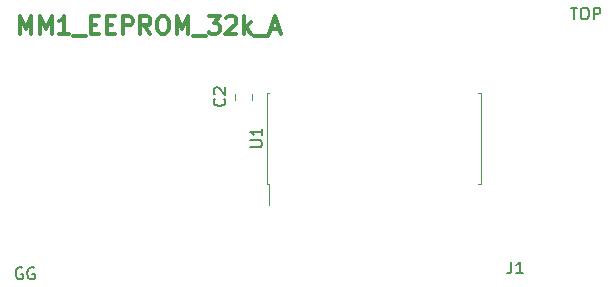
<source format=gbr>
G04 #@! TF.GenerationSoftware,KiCad,Pcbnew,(5.1.8)-1*
G04 #@! TF.CreationDate,2020-11-28T19:45:41+01:00*
G04 #@! TF.ProjectId,MM1_EEPROM_32k_A,4d4d315f-4545-4505-924f-4d5f33326b5f,R1*
G04 #@! TF.SameCoordinates,PX6b49d20PY52f83c0*
G04 #@! TF.FileFunction,Legend,Top*
G04 #@! TF.FilePolarity,Positive*
%FSLAX46Y46*%
G04 Gerber Fmt 4.6, Leading zero omitted, Abs format (unit mm)*
G04 Created by KiCad (PCBNEW (5.1.8)-1) date 2020-11-28 19:45:41*
%MOMM*%
%LPD*%
G01*
G04 APERTURE LIST*
%ADD10C,0.150000*%
%ADD11C,0.300000*%
%ADD12C,0.120000*%
G04 APERTURE END LIST*
D10*
X1761904Y-23000000D02*
X1666666Y-22952380D01*
X1523809Y-22952380D01*
X1380952Y-23000000D01*
X1285714Y-23095238D01*
X1238095Y-23190476D01*
X1190476Y-23380952D01*
X1190476Y-23523809D01*
X1238095Y-23714285D01*
X1285714Y-23809523D01*
X1380952Y-23904761D01*
X1523809Y-23952380D01*
X1619047Y-23952380D01*
X1761904Y-23904761D01*
X1809523Y-23857142D01*
X1809523Y-23523809D01*
X1619047Y-23523809D01*
X2761904Y-23000000D02*
X2666666Y-22952380D01*
X2523809Y-22952380D01*
X2380952Y-23000000D01*
X2285714Y-23095238D01*
X2238095Y-23190476D01*
X2190476Y-23380952D01*
X2190476Y-23523809D01*
X2238095Y-23714285D01*
X2285714Y-23809523D01*
X2380952Y-23904761D01*
X2523809Y-23952380D01*
X2619047Y-23952380D01*
X2761904Y-23904761D01*
X2809523Y-23857142D01*
X2809523Y-23523809D01*
X2619047Y-23523809D01*
X48190476Y-952380D02*
X48761904Y-952380D01*
X48476190Y-1952380D02*
X48476190Y-952380D01*
X49285714Y-952380D02*
X49476190Y-952380D01*
X49571428Y-1000000D01*
X49666666Y-1095238D01*
X49714285Y-1285714D01*
X49714285Y-1619047D01*
X49666666Y-1809523D01*
X49571428Y-1904761D01*
X49476190Y-1952380D01*
X49285714Y-1952380D01*
X49190476Y-1904761D01*
X49095238Y-1809523D01*
X49047619Y-1619047D01*
X49047619Y-1285714D01*
X49095238Y-1095238D01*
X49190476Y-1000000D01*
X49285714Y-952380D01*
X50142857Y-1952380D02*
X50142857Y-952380D01*
X50523809Y-952380D01*
X50619047Y-1000000D01*
X50666666Y-1047619D01*
X50714285Y-1142857D01*
X50714285Y-1285714D01*
X50666666Y-1380952D01*
X50619047Y-1428571D01*
X50523809Y-1476190D01*
X50142857Y-1476190D01*
D11*
X1535714Y-3178571D02*
X1535714Y-1678571D01*
X2035714Y-2750000D01*
X2535714Y-1678571D01*
X2535714Y-3178571D01*
X3250000Y-3178571D02*
X3250000Y-1678571D01*
X3750000Y-2750000D01*
X4250000Y-1678571D01*
X4250000Y-3178571D01*
X5750000Y-3178571D02*
X4892857Y-3178571D01*
X5321428Y-3178571D02*
X5321428Y-1678571D01*
X5178571Y-1892857D01*
X5035714Y-2035714D01*
X4892857Y-2107142D01*
X6035714Y-3321428D02*
X7178571Y-3321428D01*
X7535714Y-2392857D02*
X8035714Y-2392857D01*
X8250000Y-3178571D02*
X7535714Y-3178571D01*
X7535714Y-1678571D01*
X8250000Y-1678571D01*
X8892857Y-2392857D02*
X9392857Y-2392857D01*
X9607142Y-3178571D02*
X8892857Y-3178571D01*
X8892857Y-1678571D01*
X9607142Y-1678571D01*
X10250000Y-3178571D02*
X10250000Y-1678571D01*
X10821428Y-1678571D01*
X10964285Y-1750000D01*
X11035714Y-1821428D01*
X11107142Y-1964285D01*
X11107142Y-2178571D01*
X11035714Y-2321428D01*
X10964285Y-2392857D01*
X10821428Y-2464285D01*
X10250000Y-2464285D01*
X12607142Y-3178571D02*
X12107142Y-2464285D01*
X11750000Y-3178571D02*
X11750000Y-1678571D01*
X12321428Y-1678571D01*
X12464285Y-1750000D01*
X12535714Y-1821428D01*
X12607142Y-1964285D01*
X12607142Y-2178571D01*
X12535714Y-2321428D01*
X12464285Y-2392857D01*
X12321428Y-2464285D01*
X11750000Y-2464285D01*
X13535714Y-1678571D02*
X13821428Y-1678571D01*
X13964285Y-1750000D01*
X14107142Y-1892857D01*
X14178571Y-2178571D01*
X14178571Y-2678571D01*
X14107142Y-2964285D01*
X13964285Y-3107142D01*
X13821428Y-3178571D01*
X13535714Y-3178571D01*
X13392857Y-3107142D01*
X13250000Y-2964285D01*
X13178571Y-2678571D01*
X13178571Y-2178571D01*
X13250000Y-1892857D01*
X13392857Y-1750000D01*
X13535714Y-1678571D01*
X14821428Y-3178571D02*
X14821428Y-1678571D01*
X15321428Y-2750000D01*
X15821428Y-1678571D01*
X15821428Y-3178571D01*
X16178571Y-3321428D02*
X17321428Y-3321428D01*
X17535714Y-1678571D02*
X18464285Y-1678571D01*
X17964285Y-2250000D01*
X18178571Y-2250000D01*
X18321428Y-2321428D01*
X18392857Y-2392857D01*
X18464285Y-2535714D01*
X18464285Y-2892857D01*
X18392857Y-3035714D01*
X18321428Y-3107142D01*
X18178571Y-3178571D01*
X17750000Y-3178571D01*
X17607142Y-3107142D01*
X17535714Y-3035714D01*
X19035714Y-1821428D02*
X19107142Y-1750000D01*
X19250000Y-1678571D01*
X19607142Y-1678571D01*
X19750000Y-1750000D01*
X19821428Y-1821428D01*
X19892857Y-1964285D01*
X19892857Y-2107142D01*
X19821428Y-2321428D01*
X18964285Y-3178571D01*
X19892857Y-3178571D01*
X20535714Y-3178571D02*
X20535714Y-1678571D01*
X20678571Y-2607142D02*
X21107142Y-3178571D01*
X21107142Y-2178571D02*
X20535714Y-2750000D01*
X21392857Y-3321428D02*
X22535714Y-3321428D01*
X22821428Y-2750000D02*
X23535714Y-2750000D01*
X22678571Y-3178571D02*
X23178571Y-1678571D01*
X23678571Y-3178571D01*
D12*
X19765000Y-8238748D02*
X19765000Y-8761252D01*
X21235000Y-8238748D02*
X21235000Y-8761252D01*
X40560000Y-12000000D02*
X40560000Y-8140000D01*
X40560000Y-8140000D02*
X40315000Y-8140000D01*
X40560000Y-12000000D02*
X40560000Y-15860000D01*
X40560000Y-15860000D02*
X40315000Y-15860000D01*
X22440000Y-12000000D02*
X22440000Y-8140000D01*
X22440000Y-8140000D02*
X22685000Y-8140000D01*
X22440000Y-12000000D02*
X22440000Y-15860000D01*
X22440000Y-15860000D02*
X22685000Y-15860000D01*
X22685000Y-15860000D02*
X22685000Y-17675000D01*
D10*
X18857142Y-8666666D02*
X18904761Y-8714285D01*
X18952380Y-8857142D01*
X18952380Y-8952380D01*
X18904761Y-9095238D01*
X18809523Y-9190476D01*
X18714285Y-9238095D01*
X18523809Y-9285714D01*
X18380952Y-9285714D01*
X18190476Y-9238095D01*
X18095238Y-9190476D01*
X18000000Y-9095238D01*
X17952380Y-8952380D01*
X17952380Y-8857142D01*
X18000000Y-8714285D01*
X18047619Y-8666666D01*
X18047619Y-8285714D02*
X18000000Y-8238095D01*
X17952380Y-8142857D01*
X17952380Y-7904761D01*
X18000000Y-7809523D01*
X18047619Y-7761904D01*
X18142857Y-7714285D01*
X18238095Y-7714285D01*
X18380952Y-7761904D01*
X18952380Y-8333333D01*
X18952380Y-7714285D01*
X43166666Y-22452380D02*
X43166666Y-23166666D01*
X43119047Y-23309523D01*
X43023809Y-23404761D01*
X42880952Y-23452380D01*
X42785714Y-23452380D01*
X44166666Y-23452380D02*
X43595238Y-23452380D01*
X43880952Y-23452380D02*
X43880952Y-22452380D01*
X43785714Y-22595238D01*
X43690476Y-22690476D01*
X43595238Y-22738095D01*
X21052380Y-12761904D02*
X21861904Y-12761904D01*
X21957142Y-12714285D01*
X22004761Y-12666666D01*
X22052380Y-12571428D01*
X22052380Y-12380952D01*
X22004761Y-12285714D01*
X21957142Y-12238095D01*
X21861904Y-12190476D01*
X21052380Y-12190476D01*
X22052380Y-11190476D02*
X22052380Y-11761904D01*
X22052380Y-11476190D02*
X21052380Y-11476190D01*
X21195238Y-11571428D01*
X21290476Y-11666666D01*
X21338095Y-11761904D01*
M02*

</source>
